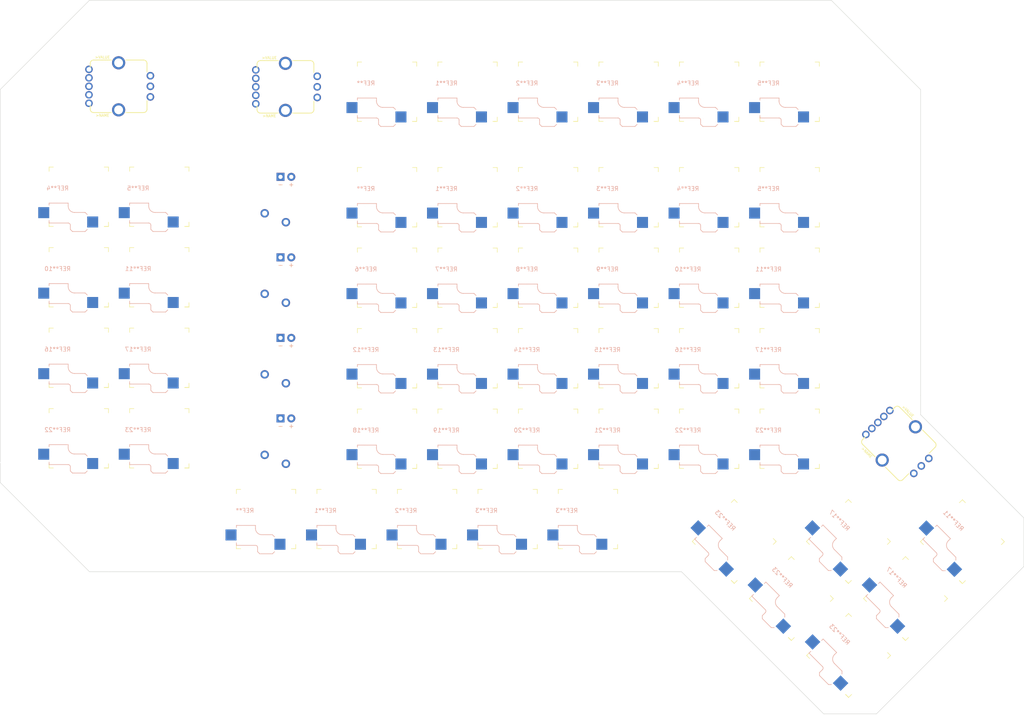
<source format=kicad_pcb>
(kicad_pcb (version 20211014) (generator pcbnew)
  (layers (0 "F.Cu" signal) (31 "B.Cu" signal) (34 "B.Paste" user) (35 "F.Paste" user) (36 "B.SilkS" user "B.Silkscreen") (37 "F.SilkS" user "F.Silkscreen") (38 "B.Mask" user) (39 "F.Mask" user) (44 "Edge.Cuts" user))
  (net 0 "")
  (footprint "keyswitches:Kailh_socket_PG1350" (layer "F.Cu") (at 201.014 36.068)
    (fp_text reference "REF**5" (at -5 -2) (layer "B.SilkS") (effects (justify mirror)))
    (fp_text value "Kailh_socket_PG1350")
    (pad "" np_thru_hole circle (at 0 0) (size 3.429 3.429) (drill 3.429) (layers *.Cu *.Mask))
    (pad "" np_thru_hole circle (at -5.5 0) (size 1.7018 1.7018) (drill 1.7018) (layers *.Cu *.Mask))
    (pad "" np_thru_hole circle (at 5.22 -4.2) (size 0.9906 0.9906) (drill 0.9906) (layers *.Cu *.Mask))
    (pad "" np_thru_hole circle (at 5.5 0) (size 1.7018 1.7018) (drill 1.7018) (layers *.Cu *.Mask))
    (pad "" np_thru_hole circle (at -5 3.75) (size 3 3) (drill 3) (layers *.Cu *.Mask))
    (pad "" np_thru_hole circle (at 0 5.95) (size 3 3) (drill 3) (layers *.Cu *.Mask))
    (pad "1" smd rect (at 3.275 5.95) (size 2.6 2.6) (layers "B.Cu" "B.Paste" "B.Mask"))
    (pad "2" smd rect (at -8.275 3.75) (size 2.6 2.6) (layers "B.Cu" "B.Paste" "B.Mask"))
  )
  (footprint "keyswitches:Kailh_socket_PG1350" (layer "F.Cu") (at 77.466 136.906)
    (fp_text reference "REF**" (at -5 -2) (layer "B.SilkS") (effects (justify mirror)))
    (fp_text value "Kailh_socket_PG1350")
    (pad "" np_thru_hole circle (at 0 0) (size 3.429 3.429) (drill 3.429) (layers *.Cu *.Mask))
    (pad "" np_thru_hole circle (at -5 3.75) (size 3 3) (drill 3) (layers *.Cu *.Mask))
    (pad "" np_thru_hole circle (at 5.22 -4.2) (size 0.9906 0.9906) (drill 0.9906) (layers *.Cu *.Mask))
    (pad "" np_thru_hole circle (at 5.5 0) (size 1.7018 1.7018) (drill 1.7018) (layers *.Cu *.Mask))
    (pad "" np_thru_hole circle (at 0 5.95) (size 3 3) (drill 3) (layers *.Cu *.Mask))
    (pad "" np_thru_hole circle (at -5.5 0) (size 1.7018 1.7018) (drill 1.7018) (layers *.Cu *.Mask))
    (pad "1" smd rect (at 3.275 5.95) (size 2.6 2.6) (layers "B.Cu" "B.Paste" "B.Mask"))
    (pad "2" smd rect (at -8.275 3.75) (size 2.6 2.6) (layers "B.Cu" "B.Paste" "B.Mask"))
  )
  (footprint "keyswitches:Kailh_socket_PG1350" (layer "F.Cu") (at 125.018 79.96)
    (fp_text reference "REF**7" (at -5 -2) (layer "B.SilkS") (effects (justify mirror)))
    (fp_text value "Kailh_socket_PG1350")
    (pad "" np_thru_hole circle (at -5 3.75) (size 3 3) (drill 3) (layers *.Cu *.Mask))
    (pad "" np_thru_hole circle (at 5.5 0) (size 1.7018 1.7018) (drill 1.7018) (layers *.Cu *.Mask))
    (pad "" np_thru_hole circle (at 5.22 -4.2) (size 0.9906 0.9906) (drill 0.9906) (layers *.Cu *.Mask))
    (pad "" np_thru_hole circle (at 0 0) (size 3.429 3.429) (drill 3.429) (layers *.Cu *.Mask))
    (pad "" np_thru_hole circle (at 0 5.95) (size 3 3) (drill 3) (layers *.Cu *.Mask))
    (pad "" np_thru_hole circle (at -5.5 0) (size 1.7018 1.7018) (drill 1.7018) (layers *.Cu *.Mask))
    (pad "1" smd rect (at 3.275 5.95) (size 2.6 2.6) (layers "B.Cu" "B.Paste" "B.Mask"))
    (pad "2" smd rect (at -8.275 3.75) (size 2.6 2.6) (layers "B.Cu" "B.Paste" "B.Mask"))
  )
  (footprint "keyswitches:Kailh_socket_PG1350" (layer "F.Cu") (at 182.018 98.96)
    (fp_text reference "REF**16" (at -5 -2) (layer "B.SilkS") (effects (justify mirror)))
    (fp_text value "Kailh_socket_PG1350")
    (pad "" np_thru_hole circle (at 5.22 -4.2) (size 0.9906 0.9906) (drill 0.9906) (layers *.Cu *.Mask))
    (pad "" np_thru_hole circle (at 0 0) (size 3.429 3.429) (drill 3.429) (layers *.Cu *.Mask))
    (pad "" np_thru_hole circle (at 5.5 0) (size 1.7018 1.7018) (drill 1.7018) (layers *.Cu *.Mask))
    (pad "" np_thru_hole circle (at 0 5.95) (size 3 3) (drill 3) (layers *.Cu *.Mask))
    (pad "" np_thru_hole circle (at -5.5 0) (size 1.7018 1.7018) (drill 1.7018) (layers *.Cu *.Mask))
    (pad "" np_thru_hole circle (at -5 3.75) (size 3 3) (drill 3) (layers *.Cu *.Mask))
    (pad "1" smd rect (at 3.275 5.95) (size 2.6 2.6) (layers "B.Cu" "B.Paste" "B.Mask"))
    (pad "2" smd rect (at -8.275 3.75) (size 2.6 2.6) (layers "B.Cu" "B.Paste" "B.Mask"))
  )
  (footprint "keyswitches:Kailh_socket_PG1350" (layer "F.Cu") (at 125.018 98.96)
    (fp_text reference "REF**13" (at -5 -2) (layer "B.SilkS") (effects (justify mirror)))
    (fp_text value "Kailh_socket_PG1350")
    (pad "" np_thru_hole circle (at 0 5.95) (size 3 3) (drill 3) (layers *.Cu *.Mask))
    (pad "" np_thru_hole circle (at 5.5 0) (size 1.7018 1.7018) (drill 1.7018) (layers *.Cu *.Mask))
    (pad "" np_thru_hole circle (at 5.22 -4.2) (size 0.9906 0.9906) (drill 0.9906) (layers *.Cu *.Mask))
    (pad "" np_thru_hole circle (at -5.5 0) (size 1.7018 1.7018) (drill 1.7018) (layers *.Cu *.Mask))
    (pad "" np_thru_hole circle (at 0 0) (size 3.429 3.429) (drill 3.429) (layers *.Cu *.Mask))
    (pad "" np_thru_hole circle (at -5 3.75) (size 3 3) (drill 3) (layers *.Cu *.Mask))
    (pad "1" smd rect (at 3.275 5.95) (size 2.6 2.6) (layers "B.Cu" "B.Paste" "B.Mask"))
    (pad "2" smd rect (at -8.275 3.75) (size 2.6 2.6) (layers "B.Cu" "B.Paste" "B.Mask"))
  )
  (footprint "Switches:ENCODER_LED_3" (layer "F.Cu") (at 42.672 34.798 90)
    (fp_text reference ">NAME" (at -6.858 -3.81) (layer "F.SilkS") (effects (font (size 0.6096 0.6096) (thickness 0.127))))
    (fp_text value ">VALUE" (at 6.858 -3.81) (layer "F.SilkS") (effects (font (size 0.6096 0.6096) (thickness 0.127))))
    (pad "1" thru_hole circle (at -3.99796 -6.9977 90) (size 1.778 1.778) (drill 1.09982) (layers *.Cu *.Mask))
    (pad "2" thru_hole circle (at -1.99898 -6.9977 90) (size 1.778 1.778) (drill 1.09982) (layers *.Cu *.Mask))
    (pad "3" thru_hole circle (at 0 -6.9977 90) (size 1.778 1.778) (drill 1.09982) (layers *.Cu *.Mask))
    (pad "4" thru_hole circle (at 1.99898 -6.9977 90) (size 1.778 1.778) (drill 1.09982) (layers *.Cu *.Mask))
    (pad "5" thru_hole circle (at 3.99796 -6.9977 90) (size 1.778 1.778) (drill 1.09982) (layers *.Cu *.Mask))
    (pad "A" thru_hole circle (at -2.49936 7.49808 90) (size 1.79832 1.79832) (drill 1.09982) (layers *.Cu *.Mask))
    (pad "B" thru_hole circle (at 2.49936 7.49808 90) (size 1.79832 1.79832) (drill 1.09982) (layers *.Cu *.Mask))
    (pad "C" thru_hole circle (at 0 7.49808 90) (size 1.79832 1.79832) (drill 1.09982) (layers *.Cu *.Mask))
    (pad "M1" thru_hole circle (at -5.5499 0 90) (size 3.11404 3.11404) (drill 2.09804) (layers *.Cu *.Mask))
    (pad "M2" thru_hole circle (at 5.5499 0 90) (size 3.11404 3.11404) (drill 2.09804) (layers *.Cu *.Mask))
  )
  (footprint "keyswitches:Kailh_socket_PG1350" (layer "F.Cu") (at 182.018 79.96)
    (fp_text reference "REF**10" (at -5 -2) (layer "B.SilkS") (effects (justify mirror)))
    (fp_text value "Kailh_socket_PG1350")
    (pad "" np_thru_hole circle (at 5.22 -4.2) (size 0.9906 0.9906) (drill 0.9906) (layers *.Cu *.Mask))
    (pad "" np_thru_hole circle (at 5.5 0) (size 1.7018 1.7018) (drill 1.7018) (layers *.Cu *.Mask))
    (pad "" np_thru_hole circle (at 0 0) (size 3.429 3.429) (drill 3.429) (layers *.Cu *.Mask))
    (pad "" np_thru_hole circle (at -5 3.75) (size 3 3) (drill 3) (layers *.Cu *.Mask))
    (pad "" np_thru_hole circle (at -5.5 0) (size 1.7018 1.7018) (drill 1.7018) (layers *.Cu *.Mask))
    (pad "" np_thru_hole circle (at 0 5.95) (size 3 3) (drill 3) (layers *.Cu *.Mask))
    (pad "1" smd rect (at 3.275 5.95) (size 2.6 2.6) (layers "B.Cu" "B.Paste" "B.Mask"))
    (pad "2" smd rect (at -8.275 3.75) (size 2.6 2.6) (layers "B.Cu" "B.Paste" "B.Mask"))
  )
  (footprint "keyswitches:Kailh_socket_PG1350" (layer "F.Cu") (at 153.416 136.906)
    (fp_text reference "REF**3" (at -5 -2) (layer "B.SilkS") (effects (justify mirror)))
    (fp_text value "Kailh_socket_PG1350")
    (pad "" np_thru_hole circle (at 0 5.95) (size 3 3) (drill 3) (layers *.Cu *.Mask))
    (pad "" np_thru_hole circle (at 5.5 0) (size 1.7018 1.7018) (drill 1.7018) (layers *.Cu *.Mask))
    (pad "" np_thru_hole circle (at 5.22 -4.2) (size 0.9906 0.9906) (drill 0.9906) (layers *.Cu *.Mask))
    (pad "" np_thru_hole circle (at -5 3.75) (size 3 3) (drill 3) (layers *.Cu *.Mask))
    (pad "" np_thru_hole circle (at -5.5 0) (size 1.7018 1.7018) (drill 1.7018) (layers *.Cu *.Mask))
    (pad "" np_thru_hole circle (at 0 0) (size 3.429 3.429) (drill 3.429) (layers *.Cu *.Mask))
    (pad "1" smd rect (at 3.275 5.95) (size 2.6 2.6) (layers "B.Cu" "B.Paste" "B.Mask"))
    (pad "2" smd rect (at -8.275 3.75) (size 2.6 2.6) (layers "B.Cu" "B.Paste" "B.Mask"))
  )
  (footprint "keyswitches:Kailh_socket_PG1350" (layer "F.Cu") (at 52.274 79.856)
    (fp_text reference "REF**11" (at -5 -2) (layer "B.SilkS") (effects (justify mirror)))
    (fp_text value "Kailh_socket_PG1350")
    (pad "" np_thru_hole circle (at 5.22 -4.2) (size 0.9906 0.9906) (drill 0.9906) (layers *.Cu *.Mask))
    (pad "" np_thru_hole circle (at -5.5 0) (size 1.7018 1.7018) (drill 1.7018) (layers *.Cu *.Mask))
    (pad "" np_thru_hole circle (at 5.5 0) (size 1.7018 1.7018) (drill 1.7018) (layers *.Cu *.Mask))
    (pad "" np_thru_hole circle (at 0 5.95) (size 3 3) (drill 3) (layers *.Cu *.Mask))
    (pad "" np_thru_hole circle (at 0 0) (size 3.429 3.429) (drill 3.429) (layers *.Cu *.Mask))
    (pad "" np_thru_hole circle (at -5 3.75) (size 3 3) (drill 3) (layers *.Cu *.Mask))
    (pad "1" smd rect (at 3.275 5.95) (size 2.6 2.6) (layers "B.Cu" "B.Paste" "B.Mask"))
    (pad "2" smd rect (at -8.275 3.75) (size 2.6 2.6) (layers "B.Cu" "B.Paste" "B.Mask"))
  )
  (footprint "keyswitches:Kailh_socket_PG1350" (layer "F.Cu") (at 163.014 36.068)
    (fp_text reference "REF**3" (at -5 -2) (layer "B.SilkS") (effects (justify mirror)))
    (fp_text value "Kailh_socket_PG1350")
    (pad "" np_thru_hole circle (at 5.5 0) (size 1.7018 1.7018) (drill 1.7018) (layers *.Cu *.Mask))
    (pad "" np_thru_hole circle (at 0 0) (size 3.429 3.429) (drill 3.429) (layers *.Cu *.Mask))
    (pad "" np_thru_hole circle (at 5.22 -4.2) (size 0.9906 0.9906) (drill 0.9906) (layers *.Cu *.Mask))
    (pad "" np_thru_hole circle (at -5 3.75) (size 3 3) (drill 3) (layers *.Cu *.Mask))
    (pad "" np_thru_hole circle (at 0 5.95) (size 3 3) (drill 3) (layers *.Cu *.Mask))
    (pad "" np_thru_hole circle (at -5.5 0) (size 1.7018 1.7018) (drill 1.7018) (layers *.Cu *.Mask))
    (pad "1" smd rect (at 3.275 5.95) (size 2.6 2.6) (layers "B.Cu" "B.Paste" "B.Mask"))
    (pad "2" smd rect (at -8.275 3.75) (size 2.6 2.6) (layers "B.Cu" "B.Paste" "B.Mask"))
  )
  (footprint "keyswitches:Kailh_socket_PG1350" (layer "F.Cu") (at 33.274 117.856)
    (fp_text reference "REF**22" (at -5 -2) (layer "B.SilkS") (effects (justify mirror)))
    (fp_text value "Kailh_socket_PG1350")
    (pad "" np_thru_hole circle (at 5.22 -4.2) (size 0.9906 0.9906) (drill 0.9906) (layers *.Cu *.Mask))
    (pad "" np_thru_hole circle (at 0 0) (size 3.429 3.429) (drill 3.429) (layers *.Cu *.Mask))
    (pad "" np_thru_hole circle (at -5 3.75) (size 3 3) (drill 3) (layers *.Cu *.Mask))
    (pad "" np_thru_hole circle (at 5.5 0) (size 1.7018 1.7018) (drill 1.7018) (layers *.Cu *.Mask))
    (pad "" np_thru_hole circle (at 0 5.95) (size 3 3) (drill 3) (layers *.Cu *.Mask))
    (pad "" np_thru_hole circle (at -5.5 0) (size 1.7018 1.7018) (drill 1.7018) (layers *.Cu *.Mask))
    (pad "1" smd rect (at 3.275 5.95) (size 2.6 2.6) (layers "B.Cu" "B.Paste" "B.Mask"))
    (pad "2" smd rect (at -8.275 3.75) (size 2.6 2.6) (layers "B.Cu" "B.Paste" "B.Mask"))
  )
  (footprint "keyswitches:Kailh_socket_PG1350" (layer "F.Cu") (at 52.274 117.856)
    (fp_text reference "REF**23" (at -5 -2) (layer "B.SilkS") (effects (justify mirror)))
    (fp_text value "Kailh_socket_PG1350")
    (pad "" np_thru_hole circle (at -5 3.75) (size 3 3) (drill 3) (layers *.Cu *.Mask))
    (pad "" np_thru_hole circle (at 5.22 -4.2) (size 0.9906 0.9906) (drill 0.9906) (layers *.Cu *.Mask))
    (pad "" np_thru_hole circle (at 0 5.95) (size 3 3) (drill 3) (layers *.Cu *.Mask))
    (pad "" np_thru_hole circle (at 5.5 0) (size 1.7018 1.7018) (drill 1.7018) (layers *.Cu *.Mask))
    (pad "" np_thru_hole circle (at -5.5 0) (size 1.7018 1.7018) (drill 1.7018) (layers *.Cu *.Mask))
    (pad "" np_thru_hole circle (at 0 0) (size 3.429 3.429) (drill 3.429) (layers *.Cu *.Mask))
    (pad "1" smd rect (at 3.275 5.95) (size 2.6 2.6) (layers "B.Cu" "B.Paste" "B.Mask"))
    (pad "2" smd rect (at -8.275 3.75) (size 2.6 2.6) (layers "B.Cu" "B.Paste" "B.Mask"))
  )
  (footprint "Keebio-Parts:Kailh-PG1350-1.5u" (layer "F.Cu") (at 82.142 117.96)
    (fp_text reference "Kailh PG1353")
    (fp_text value "Choc" hide)
    (fp_text user "-" (at -1.26 -3) (layer "B.SilkS") (effects (justify mirror)))
    (fp_text user "+" (at 1.27 -3) (layer "B.SilkS") (effects (justify mirror)))
    (fp_text user "-" (at -1.26 -3) (layer "F.SilkS"))
    (fp_text user "+" (at 1.27 -3) (layer "F.SilkS"))
    (pad "" np_thru_hole circle locked (at 0 0 180) (size 3.4 3.4) (drill 3.4) (layers *.Cu *.Mask))
    (pad "" np_thru_hole circle locked (at -5.5 0 180) (size 1.7 1.7) (drill 1.7) (layers *.Cu *.Mask))
    (pad "" np_thru_hole circle locked (at 5.22 -4.2 180) (size 1.2 1.2) (drill 1.2) (layers *.Cu *.Mask))
    (pad "" np_thru_hole circle locked (at 5.5 0 180) (size 1.7 1.7) (drill 1.7) (layers *.Cu *.Mask))
    (pad "1" thru_hole circle locked (at 0 5.9 180) (size 2 2) (drill 1.2) (layers *.Cu *.Mask))
    (pad "2" thru_hole circle locked (at -5 3.8 41.9) (size 2 2) (drill 1.2) (layers *.Cu *.Mask))
    (pad "3" thru_hole circle locked (at 1.27 -4.8 180) (size 1.905 1.905) (drill 0.9906) (layers *.Cu *.Mask))
    (pad "4" thru_hole rect locked (at -1.27 -4.8 180) (size 1.905 1.905) (drill 0.9906) (layers *.Cu *.Mask))
  )
  (footprint "keyswitches:Kailh_socket_PG1350" (layer "F.Cu") (at 214.919356 169.102986 -45)
    (fp_text reference "REF**23" (at -5 -2 135) (layer "B.SilkS") (effects (justify mirror)))
    (fp_text value "Kailh_socket_PG1350")
    (pad "" np_thru_hole circle (at -5.5 0 315) (size 1.7018 1.7018) (drill 1.7018) (layers *.Cu *.Mask))
    (pad "" np_thru_hole circle (at 0 5.95 315) (size 3 3) (drill 3) (layers *.Cu *.Mask))
    (pad "" np_thru_hole circle (at -5 3.75 315) (size 3 3) (drill 3) (layers *.Cu *.Mask))
    (pad "" np_thru_hole circle (at 5.22 -4.2 315) (size 0.9906 0.9906) (drill 0.9906) (layers *.Cu *.Mask))
    (pad "" np_thru_hole circle (at 0 0 315) (size 3.429 3.429) (drill 3.429) (layers *.Cu *.Mask))
    (pad "" np_thru_hole circle (at 5.5 0 315) (size 1.7018 1.7018) (drill 1.7018) (layers *.Cu *.Mask))
    (pad "1" smd rect (at 3.275 5.95 315) (size 2.6 2.6) (layers "B.Cu" "B.Paste" "B.Mask"))
    (pad "2" smd rect (at -8.275 3.75 315) (size 2.6 2.6) (layers "B.Cu" "B.Paste" "B.Mask"))
  )
  (footprint "keyswitches:Kailh_socket_PG1350" (layer "F.Cu") (at 33.274 98.856)
    (fp_text reference "REF**16" (at -5 -2) (layer "B.SilkS") (effects (justify mirror)))
    (fp_text value "Kailh_socket_PG1350")
    (pad "" np_thru_hole circle (at -5 3.75) (size 3 3) (drill 3) (layers *.Cu *.Mask))
    (pad "" np_thru_hole circle (at 5.22 -4.2) (size 0.9906 0.9906) (drill 0.9906) (layers *.Cu *.Mask))
    (pad "" np_thru_hole circle (at 5.5 0) (size 1.7018 1.7018) (drill 1.7018) (layers *.Cu *.Mask))
    (pad "" np_thru_hole circle (at 0 5.95) (size 3 3) (drill 3) (layers *.Cu *.Mask))
    (pad "" np_thru_hole circle (at -5.5 0) (size 1.7018 1.7018) (drill 1.7018) (layers *.Cu *.Mask))
    (pad "" np_thru_hole circle (at 0 0) (size 3.429 3.429) (drill 3.429) (layers *.Cu *.Mask))
    (pad "1" smd rect (at 3.275 5.95) (size 2.6 2.6) (layers "B.Cu" "B.Paste" "B.Mask"))
    (pad "2" smd rect (at -8.275 3.75) (size 2.6 2.6) (layers "B.Cu" "B.Paste" "B.Mask"))
  )
  (footprint "keyswitches:Kailh_socket_PG1350" (layer "F.Cu") (at 187.94323 142.197573 -45)
    (fp_text reference "REF**23" (at -5 -2 135) (layer "B.SilkS") (effects (justify mirror)))
    (fp_text value "Kailh_socket_PG1350")
    (pad "" np_thru_hole circle (at -5.5 0 315) (size 1.7018 1.7018) (drill 1.7018) (layers *.Cu *.Mask))
    (pad "" np_thru_hole circle (at 0 0 315) (size 3.429 3.429) (drill 3.429) (layers *.Cu *.Mask))
    (pad "" np_thru_hole circle (at -5 3.75 315) (size 3 3) (drill 3) (layers *.Cu *.Mask))
    (pad "" np_thru_hole circle (at 0 5.95 315) (size 3 3) (drill 3) (layers *.Cu *.Mask))
    (pad "" np_thru_hole circle (at 5.5 0 315) (size 1.7018 1.7018) (drill 1.7018) (layers *.Cu *.Mask))
    (pad "" np_thru_hole circle (at 5.22 -4.2 315) (size 0.9906 0.9906) (drill 0.9906) (layers *.Cu *.Mask))
    (pad "1" smd rect (at 3.275 5.95 315) (size 2.6 2.6) (layers "B.Cu" "B.Paste" "B.Mask"))
    (pad "2" smd rect (at -8.275 3.75 315) (size 2.6 2.6) (layers "B.Cu" "B.Paste" "B.Mask"))
  )
  (footprint "keyswitches:Kailh_socket_PG1350" (layer "F.Cu") (at 106.014 36.068)
    (fp_text reference "REF**" (at -5 -2) (layer "B.SilkS") (effects (justify mirror)))
    (fp_text value "Kailh_socket_PG1350")
    (pad "" np_thru_hole circle (at -5 3.75) (size 3 3) (drill 3) (layers *.Cu *.Mask))
    (pad "" np_thru_hole circle (at 5.5 0) (size 1.7018 1.7018) (drill 1.7018) (layers *.Cu *.Mask))
    (pad "" np_thru_hole circle (at -5.5 0) (size 1.7018 1.7018) (drill 1.7018) (layers *.Cu *.Mask))
    (pad "" np_thru_hole circle (at 0 0) (size 3.429 3.429) (drill 3.429) (layers *.Cu *.Mask))
    (pad "" np_thru_hole circle (at 5.22 -4.2) (size 0.9906 0.9906) (drill 0.9906) (layers *.Cu *.Mask))
    (pad "" np_thru_hole circle (at 0 5.95) (size 3 3) (drill 3) (layers *.Cu *.Mask))
    (pad "1" smd rect (at 3.275 5.95) (size 2.6 2.6) (layers "B.Cu" "B.Paste" "B.Mask"))
    (pad "2" smd rect (at -8.275 3.75) (size 2.6 2.6) (layers "B.Cu" "B.Paste" "B.Mask"))
  )
  (footprint "keyswitches:Kailh_socket_PG1350" (layer "F.Cu") (at 125.014 36.068)
    (fp_text reference "REF**1" (at -5 -2) (layer "B.SilkS") (effects (justify mirror)))
    (fp_text value "Kailh_socket_PG1350")
    (pad "" np_thru_hole circle (at 0 0) (size 3.429 3.429) (drill 3.429) (layers *.Cu *.Mask))
    (pad "" np_thru_hole circle (at -5 3.75) (size 3 3) (drill 3) (layers *.Cu *.Mask))
    (pad "" np_thru_hole circle (at -5.5 0) (size 1.7018 1.7018) (drill 1.7018) (layers *.Cu *.Mask))
    (pad "" np_thru_hole circle (at 0 5.95) (size 3 3) (drill 3) (layers *.Cu *.Mask))
    (pad "" np_thru_hole circle (at 5.5 0) (size 1.7018 1.7018) (drill 1.7018) (layers *.Cu *.Mask))
    (pad "" np_thru_hole circle (at 5.22 -4.2) (size 0.9906 0.9906) (drill 0.9906) (layers *.Cu *.Mask))
    (pad "1" smd rect (at 3.275 5.95) (size 2.6 2.6) (layers "B.Cu" "B.Paste" "B.Mask"))
    (pad "2" smd rect (at -8.275 3.75) (size 2.6 2.6) (layers "B.Cu" "B.Paste" "B.Mask"))
  )
  (footprint "keyswitches:Kailh_socket_PG1350" (layer "F.Cu") (at 134.466 136.906)
    (fp_text reference "REF**3" (at -5 -2) (layer "B.SilkS") (effects (justify mirror)))
    (fp_text value "Kailh_socket_PG1350")
    (pad "" np_thru_hole circle (at 5.22 -4.2) (size 0.9906 0.9906) (drill 0.9906) (layers *.Cu *.Mask))
    (pad "" np_thru_hole circle (at 0 5.95) (size 3 3) (drill 3) (layers *.Cu *.Mask))
    (pad "" np_thru_hole circle (at -5 3.75) (size 3 3) (drill 3) (layers *.Cu *.Mask))
    (pad "" np_thru_hole circle (at -5.5 0) (size 1.7018 1.7018) (drill 1.7018) (layers *.Cu *.Mask))
    (pad "" np_thru_hole circle (at 5.5 0) (size 1.7018 1.7018) (drill 1.7018) (layers *.Cu *.Mask))
    (pad "" np_thru_hole circle (at 0 0) (size 3.429 3.429) (drill 3.429) (layers *.Cu *.Mask))
    (pad "1" smd rect (at 3.275 5.95) (size 2.6 2.6) (layers "B.Cu" "B.Paste" "B.Mask"))
    (pad "2" smd rect (at -8.275 3.75) (size 2.6 2.6) (layers "B.Cu" "B.Paste" "B.Mask"))
  )
  (footprint "Keebio-Parts:Kailh-PG1350-1.5u" (layer "F.Cu") (at 82.142 98.96)
    (fp_text reference "Kailh PG1352")
    (fp_text value "Choc" hide)
    (fp_text user "+" (at 1.27 -3) (layer "B.SilkS") (effects (justify mirror)))
    (fp_text user "-" (at -1.26 -3) (layer "B.SilkS") (effects (justify mirror)))
    (fp_text user "+" (at 1.27 -3) (layer "F.SilkS"))
    (fp_text user "-" (at -1.26 -3) (layer "F.SilkS"))
    (pad "" np_thru_hole circle locked (at -5.5 0 180) (size 1.7 1.7) (drill 1.7) (layers *.Cu *.Mask))
    (pad "" np_thru_hole circle locked (at 5.5 0 180) (size 1.7 1.7) (drill 1.7) (layers *.Cu *.Mask))
    (pad "" np_thru_hole circle locked (at 5.22 -4.2 180) (size 1.2 1.2) (drill 1.2) (layers *.Cu *.Mask))
    (pad "" np_thru_hole circle locked (at 0 0 180) (size 3.4 3.4) (drill 3.4) (layers *.Cu *.Mask))
    (pad "1" thru_hole circle locked (at 0 5.9 180) (size 2 2) (drill 1.2) (layers *.Cu *.Mask))
    (pad "2" thru_hole circle locked (at -5 3.8 41.9) (size 2 2) (drill 1.2) (layers *.Cu *.Mask))
    (pad "3" thru_hole circle locked (at 1.27 -4.8 180) (size 1.905 1.905) (drill 0.9906) (layers *.Cu *.Mask))
    (pad "4" thru_hole rect locked (at -1.27 -4.8 180) (size 1.905 1.905) (drill 0.9906) (layers *.Cu *.Mask))
  )
  (footprint "keyswitches:Kailh_socket_PG1350" (layer "F.Cu") (at 33.274 79.856)
    (fp_text reference "REF**10" (at -5 -2) (layer "B.SilkS") (effects (justify mirror)))
    (fp_text value "Kailh_socket_PG1350")
    (pad "" np_thru_hole circle (at 5.5 0) (size 1.7018 1.7018) (drill 1.7018) (layers *.Cu *.Mask))
    (pad "" np_thru_hole circle (at 0 0) (size 3.429 3.429) (drill 3.429) (layers *.Cu *.Mask))
    (pad "" np_thru_hole circle (at 5.22 -4.2) (size 0.9906 0.9906) (drill 0.9906) (layers *.Cu *.Mask))
    (pad "" np_thru_hole circle (at -5.5 0) (size 1.7018 1.7018) (drill 1.7018) (layers *.Cu *.Mask))
    (pad "" np_thru_hole circle (at 0 5.95) (size 3 3) (drill 3) (layers *.Cu *.Mask))
    (pad "" np_thru_hole circle (at -5 3.75) (size 3 3) (drill 3) (layers *.Cu *.Mask))
    (pad "1" smd rect (at 3.275 5.95) (size 2.6 2.6) (layers "B.Cu" "B.Paste" "B.Mask"))
    (pad "2" smd rect (at -8.275 3.75) (size 2.6 2.6) (layers "B.Cu" "B.Paste" "B.Mask"))
  )
  (footprint "keyswitches:Kailh_socket_PG1350" (layer "F.Cu") (at 144.018 98.96)
    (fp_text reference "REF**14" (at -5 -2) (layer "B.SilkS") (effects (justify mirror)))
    (fp_text value "Kailh_socket_PG1350")
    (pad "" np_thru_hole circle (at -5 3.75) (size 3 3) (drill 3) (layers *.Cu *.Mask))
    (pad "" np_thru_hole circle (at -5.5 0) (size 1.7018 1.7018) (drill 1.7018) (layers *.Cu *.Mask))
    (pad "" np_thru_hole circle (at 5.5 0) (size 1.7018 1.7018) (drill 1.7018) (layers *.Cu *.Mask))
    (pad "" np_thru_hole circle (at 5.22 -4.2) (size 0.9906 0.9906) (drill 0.9906) (layers *.Cu *.Mask))
    (pad "" np_thru_hole circle (at 0 0) (size 3.429 3.429) (drill 3.429) (layers *.Cu *.Mask))
    (pad "" np_thru_hole circle (at 0 5.95) (size 3 3) (drill 3) (layers *.Cu *.Mask))
    (pad "1" smd rect (at 3.275 5.95) (size 2.6 2.6) (layers "B.Cu" "B.Paste" "B.Mask"))
    (pad "2" smd rect (at -8.275 3.75) (size 2.6 2.6) (layers "B.Cu" "B.Paste" "B.Mask"))
  )
  (footprint "keyswitches:Kailh_socket_PG1350" (layer "F.Cu") (at 96.466 136.906)
    (fp_text reference "REF**1" (at -5 -2) (layer "B.SilkS") (effects (justify mirror)))
    (fp_text value "Kailh_socket_PG1350")
    (pad "" np_thru_hole circle (at 5.5 0) (size 1.7018 1.7018) (drill 1.7018) (layers *.Cu *.Mask))
    (pad "" np_thru_hole circle (at 0 0) (size 3.429 3.429) (drill 3.429) (layers *.Cu *.Mask))
    (pad "" np_thru_hole circle (at -5 3.75) (size 3 3) (drill 3) (layers *.Cu *.Mask))
    (pad "" np_thru_hole circle (at 0 5.95) (size 3 3) (drill 3) (layers *.Cu *.Mask))
    (pad "" np_thru_hole circle (at -5.5 0) (size 1.7018 1.7018) (drill 1.7018) (layers *.Cu *.Mask))
    (pad "" np_thru_hole circle (at 5.22 -4.2) (size 0.9906 0.9906) (drill 0.9906) (layers *.Cu *.Mask))
    (pad "1" smd rect (at 3.275 5.95) (size 2.6 2.6) (layers "B.Cu" "B.Paste" "B.Mask"))
    (pad "2" smd rect (at -8.275 3.75) (size 2.6 2.6) (layers "B.Cu" "B.Paste" "B.Mask"))
  )
  (footprint "keyswitches:Kailh_socket_PG1350" (layer "F.Cu") (at 144.018 79.96)
    (fp_text reference "REF**8" (at -5 -2) (layer "B.SilkS") (effects (justify mirror)))
    (fp_text value "Kailh_socket_PG1350")
    (pad "" np_thru_hole circle (at 5.5 0) (size 1.7018 1.7018) (drill 1.7018) (layers *.Cu *.Mask))
    (pad "" np_thru_hole circle (at -5 3.75) (size 3 3) (drill 3) (layers *.Cu *.Mask))
    (pad "" np_thru_hole circle (at 0 0) (size 3.429 3.429) (drill 3.429) (layers *.Cu *.Mask))
    (pad "" np_thru_hole circle (at -5.5 0) (size 1.7018 1.7018) (drill 1.7018) (layers *.Cu *.Mask))
    (pad "" np_thru_hole circle (at 5.22 -4.2) (size 0.9906 0.9906) (drill 0.9906) (layers *.Cu *.Mask))
    (pad "" np_thru_hole circle (at 0 5.95) (size 3 3) (drill 3) (layers *.Cu *.Mask))
    (pad "1" smd rect (at 3.275 5.95) (size 2.6 2.6) (layers "B.Cu" "B.Paste" "B.Mask"))
    (pad "2" smd rect (at -8.275 3.75) (size 2.6 2.6) (layers "B.Cu" "B.Paste" "B.Mask"))
  )
  (footprint "keyswitches:Kailh_socket_PG1350" (layer "F.Cu") (at 201.018 117.96)
    (fp_text reference "REF**23" (at -5 -2) (layer "B.SilkS") (effects (justify mirror)))
    (fp_text value "Kailh_socket_PG1350")
    (pad "" np_thru_hole circle (at -5.5 0) (size 1.7018 1.7018) (drill 1.7018) (layers *.Cu *.Mask))
    (pad "" np_thru_hole circle (at 0 0) (size 3.429 3.429) (drill 3.429) (layers *.Cu *.Mask))
    (pad "" np_thru_hole circle (at 5.5 0) (size 1.7018 1.7018) (drill 1.7018) (layers *.Cu *.Mask))
    (pad "" np_thru_hole circle (at 5.22 -4.2) (size 0.9906 0.9906) (drill 0.9906) (layers *.Cu *.Mask))
    (pad "" np_thru_hole circle (at -5 3.75) (size 3 3) (drill 3) (layers *.Cu *.Mask))
    (pad "" np_thru_hole circle (at 0 5.95) (size 3 3) (drill 3) (layers *.Cu *.Mask))
    (pad "1" smd rect (at 3.275 5.95) (size 2.6 2.6) (layers "B.Cu" "B.Paste" "B.Mask"))
    (pad "2" smd rect (at -8.275 3.75) (size 2.6 2.6) (layers "B.Cu" "B.Paste" "B.Mask"))
  )
  (footprint "keyswitches:Kailh_socket_PG1350" (layer "F.Cu") (at 163.018 79.96)
    (fp_text reference "REF**9" (at -5 -2) (layer "B.SilkS") (effects (justify mirror)))
    (fp_text value "Kailh_socket_PG1350")
    (pad "" np_thru_hole circle (at 0 0) (size 3.429 3.429) (drill 3.429) (layers *.Cu *.Mask))
    (pad "" np_thru_hole circle (at 5.22 -4.2) (size 0.9906 0.9906) (drill 0.9906) (layers *.Cu *.Mask))
    (pad "" np_thru_hole circle (at 0 5.95) (size 3 3) (drill 3) (layers *.Cu *.Mask))
    (pad "" np_thru_hole circle (at -5 3.75) (size 3 3) (drill 3) (layers *.Cu *.Mask))
    (pad "" np_thru_hole circle (at -5.5 0) (size 1.7018 1.7018) (drill 1.7018) (layers *.Cu *.Mask))
    (pad "" np_thru_hole circle (at 5.5 0) (size 1.7018 1.7018) (drill 1.7018) (layers *.Cu *.Mask))
    (pad "1" smd rect (at 3.275 5.95) (size 2.6 2.6) (layers "B.Cu" "B.Paste" "B.Mask"))
    (pad "2" smd rect (at -8.275 3.75) (size 2.6 2.6) (layers "B.Cu" "B.Paste" "B.Mask"))
  )
  (footprint "keyswitches:Kailh_socket_PG1350" (layer "F.Cu") (at 163.018 117.96)
    (fp_text reference "REF**21" (at -5 -2) (layer "B.SilkS") (effects (justify mirror)))
    (fp_text value "Kailh_socket_PG1350")
    (pad "" np_thru_hole circle (at 5.22 -4.2) (size 0.9906 0.9906) (drill 0.9906) (layers *.Cu *.Mask))
    (pad "" np_thru_hole circle (at 5.5 0) (size 1.7018 1.7018) (drill 1.7018) (layers *.Cu *.Mask))
    (pad "" np_thru_hole circle (at 0 5.95) (size 3 3) (drill 3) (layers *.Cu *.Mask))
    (pad "" np_thru_hole circle (at -5.5 0) (size 1.7018 1.7018) (drill 1.7018) (layers *.Cu *.Mask))
    (pad "" np_thru_hole circle (at -5 3.75) (size 3 3) (drill 3) (layers *.Cu *.Mask))
    (pad "" np_thru_hole circle (at 0 0) (size 3.429 3.429) (drill 3.429) (layers *.Cu *.Mask))
    (pad "1" smd rect (at 3.275 5.95) (size 2.6 2.6) (layers "B.Cu" "B.Paste" "B.Mask"))
    (pad "2" smd rect (at -8.275 3.75) (size 2.6 2.6) (layers "B.Cu" "B.Paste" "B.Mask"))
  )
  (footprint "keyswitches:Kailh_socket_PG1350" (layer "F.Cu") (at 115.466 136.906)
    (fp_text reference "REF**2" (at -5 -2) (layer "B.SilkS") (effects (justify mirror)))
    (fp_text value "Kailh_socket_PG1350")
    (pad "" np_thru_hole circle (at 5.22 -4.2) (size 0.9906 0.9906) (drill 0.9906) (layers *.Cu *.Mask))
    (pad "" np_thru_hole circle (at 5.5 0) (size 1.7018 1.7018) (drill 1.7018) (layers *.Cu *.Mask))
    (pad "" np_thru_hole circle (at -5 3.75) (size 3 3) (drill 3) (layers *.Cu *.Mask))
    (pad "" np_thru_hole circle (at -5.5 0) (size 1.7018 1.7018) (drill 1.7018) (layers *.Cu *.Mask))
    (pad "" np_thru_hole circle (at 0 5.95) (size 3 3) (drill 3) (layers *.Cu *.Mask))
    (pad "" np_thru_hole circle (at 0 0) (size 3.429 3.429) (drill 3.429) (layers *.Cu *.Mask))
    (pad "1" smd rect (at 3.275 5.95) (size 2.6 2.6) (layers "B.Cu" "B.Paste" "B.Mask"))
    (pad "2" smd rect (at -8.275 3.75) (size 2.6 2.6) (layers "B.Cu" "B.Paste" "B.Mask"))
  )
  (footprint "keyswitches:Kailh_socket_PG1350" (layer "F.Cu") (at 201.018 60.96)
    (fp_text reference "REF**5" (at -5 -2) (layer "B.SilkS") (effects (justify mirror)))
    (fp_text value "Kailh_socket_PG1350")
    (pad "" np_thru_hole circle (at -5 3.75) (size 3 3) (drill 3) (layers *.Cu *.Mask))
    (pad "" np_thru_hole circle (at 5.22 -4.2) (size 0.9906 0.9906) (drill 0.9906) (layers *.Cu *.Mask))
    (pad "" np_thru_hole circle (at 5.5 0) (size 1.7018 1.7018) (drill 1.7018) (layers *.Cu *.Mask))
    (pad "" np_thru_hole circle (at 0 0) (size 3.429 3.429) (drill 3.429) (layers *.Cu *.Mask))
    (pad "" np_thru_hole circle (at -5.5 0) (size 1.7018 1.7018) (drill 1.7018) (layers *.Cu *.Mask))
    (pad "" np_thru_hole circle (at 0 5.95) (size 3 3) (drill 3) (layers *.Cu *.Mask))
    (pad "1" smd rect (at 3.275 5.95) (size 2.6 2.6) (layers "B.Cu" "B.Paste" "B.Mask"))
    (pad "2" smd rect (at -8.275 3.75) (size 2.6 2.6) (layers "B.Cu" "B.Paste" "B.Mask"))
  )
  (footprint "keyswitches:Kailh_socket_PG1350" (layer "F.Cu") (at 182.018 117.96)
    (fp_text reference "REF**22" (at -5 -2) (layer "B.SilkS") (effects (justify mirror)))
    (fp_text value "Kailh_socket_PG1350")
    (pad "" np_thru_hole circle (at 0 5.95) (size 3 3) (drill 3) (layers *.Cu *.Mask))
    (pad "" np_thru_hole circle (at -5 3.75) (size 3 3) (drill 3) (layers *.Cu *.Mask))
    (pad "" np_thru_hole circle (at 5.22 -4.2) (size 0.9906 0.9906) (drill 0.9906) (layers *.Cu *.Mask))
    (pad "" np_thru_hole circle (at 5.5 0) (size 1.7018 1.7018) (drill 1.7018) (layers *.Cu *.Mask))
    (pad "" np_thru_hole circle (at 0 0) (size 3.429 3.429) (drill 3.429) (layers *.Cu *.Mask))
    (pad "" np_thru_hole circle (at -5.5 0) (size 1.7018 1.7018) (drill 1.7018) (layers *.Cu *.Mask))
    (pad "1" smd rect (at 3.275 5.95) (size 2.6 2.6) (layers "B.Cu" "B.Paste" "B.Mask"))
    (pad "2" smd rect (at -8.275 3.75) (size 2.6 2.6) (layers "B.Cu" "B.Paste" "B.Mask"))
  )
  (footprint "keyswitches:Kailh_socket_PG1350" (layer "F.Cu") (at 201.018 79.96)
    (fp_text reference "REF**11" (at -5 -2) (layer "B.SilkS") (effects (justify mirror)))
    (fp_text value "Kailh_socket_PG1350")
    (pad "" np_thru_hole circle (at -5 3.75) (size 3 3) (drill 3) (layers *.Cu *.Mask))
    (pad "" np_thru_hole circle (at -5.5 0) (size 1.7018 1.7018) (drill 1.7018) (layers *.Cu *.Mask))
    (pad "" np_thru_hole circle (at 0 0) (size 3.429 3.429) (drill 3.429) (layers *.Cu *.Mask))
    (pad "" np_thru_hole circle (at 0 5.95) (size 3 3) (drill 3) (layers *.Cu *.Mask))
    (pad "" np_thru_hole circle (at 5.5 0) (size 1.7018 1.7018) (drill 1.7018) (layers *.Cu *.Mask))
    (pad "" np_thru_hole circle (at 5.22 -4.2) (size 0.9906 0.9906) (drill 0.9906) (layers *.Cu *.Mask))
    (pad "1" smd rect (at 3.275 5.95) (size 2.6 2.6) (layers "B.Cu" "B.Paste" "B.Mask"))
    (pad "2" smd rect (at -8.275 3.75) (size 2.6 2.6) (layers "B.Cu" "B.Paste" "B.Mask"))
  )
  (footprint "keyswitches:Kailh_socket_PG1350" (layer "F.Cu") (at 163.018 60.96)
    (fp_text reference "REF**3" (at -5 -2) (layer "B.SilkS") (effects (justify mirror)))
    (fp_text value "Kailh_socket_PG1350")
    (pad "" np_thru_hole circle (at -5.5 0) (size 1.7018 1.7018) (drill 1.7018) (layers *.Cu *.Mask))
    (pad "" np_thru_hole circle (at 5.22 -4.2) (size 0.9906 0.9906) (drill 0.9906) (layers *.Cu *.Mask))
    (pad "" np_thru_hole circle (at 0 5.95) (size 3 3) (drill 3) (layers *.Cu *.Mask))
    (pad "" np_thru_hole circle (at -5 3.75) (size 3 3) (drill 3) (layers *.Cu *.Mask))
    (pad "" np_thru_hole circle (at 0 0) (size 3.429 3.429) (drill 3.429) (layers *.Cu *.Mask))
    (pad "" np_thru_hole circle (at 5.5 0) (size 1.7018 1.7018) (drill 1.7018) (layers *.Cu *.Mask))
    (pad "1" smd rect (at 3.275 5.95) (size 2.6 2.6) (layers "B.Cu" "B.Paste" "B.Mask"))
    (pad "2" smd rect (at -8.275 3.75) (size 2.6 2.6) (layers "B.Cu" "B.Paste" "B.Mask"))
  )
  (footprint "keyswitches:Kailh_socket_PG1350" (layer "F.Cu") (at 52.274 60.856)
    (fp_text reference "REF**5" (at -5 -2) (layer "B.SilkS") (effects (justify mirror)))
    (fp_text value "Kailh_socket_PG1350")
    (pad "" np_thru_hole circle (at 5.5 0) (size 1.7018 1.7018) (drill 1.7018) (layers *.Cu *.Mask))
    (pad "" np_thru_hole circle (at 0 0) (size 3.429 3.429) (drill 3.429) (layers *.Cu *.Mask))
    (pad "" np_thru_hole circle (at -5.5 0) (size 1.7018 1.7018) (drill 1.7018) (layers *.Cu *.Mask))
    (pad "" np_thru_hole circle (at 0 5.95) (size 3 3) (drill 3) (layers *.Cu *.Mask))
    (pad "" np_thru_hole circle (at -5 3.75) (size 3 3) (drill 3) (layers *.Cu *.Mask))
    (pad "" np_thru_hole circle (at 5.22 -4.2) (size 0.9906 0.9906) (drill 0.9906) (layers *.Cu *.Mask))
    (pad "1" smd rect (at 3.275 5.95) (size 2.6 2.6) (layers "B.Cu" "B.Paste" "B.Mask"))
    (pad "2" smd rect (at -8.275 3.75) (size 2.6 2.6) (layers "B.Cu" "B.Paste" "B.Mask"))
  )
  (footprint "keyswitches:Kailh_socket_PG1350" (layer "F.Cu") (at 106.018 117.96)
    (fp_text reference "REF**18" (at -5 -2) (layer "B.SilkS") (effects (justify mirror)))
    (fp_text value "Kailh_socket_PG1350")
    (pad "" np_thru_hole circle (at -5 3.75) (size 3 3) (drill 3) (layers *.Cu *.Mask))
    (pad "" np_thru_hole circle (at 5.22 -4.2) (size 0.9906 0.9906) (drill 0.9906) (layers *.Cu *.Mask))
    (pad "" np_thru_hole circle (at 5.5 0) (size 1.7018 1.7018) (drill 1.7018) (layers *.Cu *.Mask))
    (pad "" np_thru_hole circle (at -5.5 0) (size 1.7018 1.7018) (drill 1.7018) (layers *.Cu *.Mask))
    (pad "" np_thru_hole circle (at 0 5.95) (size 3 3) (drill 3) (layers *.Cu *.Mask))
    (pad "" np_thru_hole circle (at 0 0) (size 3.429 3.429) (drill 3.429) (layers *.Cu *.Mask))
    (pad "1" smd rect (at 3.275 5.95) (size 2.6 2.6) (layers "B.Cu" "B.Paste" "B.Mask"))
    (pad "2" smd rect (at -8.275 3.75) (size 2.6 2.6) (layers "B.Cu" "B.Paste" "B.Mask"))
  )
  (footprint "keyswitches:Kailh_socket_PG1350" (layer "F.Cu") (at 106.018 98.96)
    (fp_text reference "REF**12" (at -5 -2) (layer "B.SilkS") (effects (justify mirror)))
    (fp_text value "Kailh_socket_PG1350")
    (pad "" np_thru_hole circle (at 0 0) (size 3.429 3.429) (drill 3.429) (layers *.Cu *.Mask))
    (pad "" np_thru_hole circle (at 5.22 -4.2) (size 0.9906 0.9906) (drill 0.9906) (layers *.Cu *.Mask))
    (pad "" np_thru_hole circle (at -5.5 0) (size 1.7018 1.7018) (drill 1.7018) (layers *.Cu *.Mask))
    (pad "" np_thru_hole circle (at 0 5.95) (size 3 3) (drill 3) (layers *.Cu *.Mask))
    (pad "" np_thru_hole circle (at 5.5 0) (size 1.7018 1.7018) (drill 1.7018) (layers *.Cu *.Mask))
    (pad "" np_thru_hole circle (at -5 3.75) (size 3 3) (drill 3) (layers *.Cu *.Mask))
    (pad "1" smd rect (at 3.275 5.95) (size 2.6 2.6) (layers "B.Cu" "B.Paste" "B.Mask"))
    (pad "2" smd rect (at -8.275 3.75) (size 2.6 2.6) (layers "B.Cu" "B.Paste" "B.Mask"))
  )
  (footprint "Switches:ENCODER_LED_3" (layer "F.Cu") (at 82.042 34.924359 90)
    (fp_text reference ">NAME" (at -6.858 -3.81) (layer "F.SilkS") (effects (font (size 0.6096 0.6096) (thickness 0.127))))
    (fp_text value ">VALUE" (at 6.858 -3.81) (layer "F.SilkS") (effects (font (size 0.6096 0.6096) (thickness 0.127))))
    (pad "1" thru_hole circle (at -3.99796 -6.9977 90) (size 1.778 1.778) (drill 1.09982) (layers *.Cu *.Mask))
    (pad "2" thru_hole circle (at -1.99898 -6.9977 90) (size 1.778 1.778) (drill 1.09982) (layers *.Cu *.Mask))
    (pad "3" thru_hole circle (at 0 -6.9977 90) (size 1.778 1.778) (drill 1.09982) (layers *.Cu *.Mask))
    (pad "4" thru_hole circle (at 1.99898 -6.9977 90) (size 1.778 1.778) (drill 1.09982) (layers *.Cu *.Mask))
    (pad "5" thru_hole circle (at 3.99796 -6.9977 90) (size 1.778 1.778) (drill 1.09982) (layers *.Cu *.Mask))
    (pad "A" thru_hole circle (at -2.49936 7.49808 90) (size 1.79832 1.79832) (drill 1.09982) (layers *.Cu *.Mask))
    (pad "B" thru_hole circle (at 2.49936 7.49808 90) (size 1.79832 1.79832) (drill 1.09982) (layers *.Cu *.Mask))
    (pad "C" thru_hole circle (at 0 7.49808 90) (size 1.79832 1.79832) (drill 1.09982) (layers *.Cu *.Mask))
    (pad "M1" thru_hole circle (at -5.5499 0 90) (size 3.11404 3.11404) (drill 2.09804) (layers *.Cu *.Mask))
    (pad "M2" thru_hole circle (at 5.5499 0 90) (size 3.11404 3.11404) (drill 2.09804) (layers *.Cu *.Mask))
  )
  (footprint "keyswitches:Kailh_socket_PG1350" (layer "F.Cu") (at 144.018 117.96)
    (fp_text reference "REF**20" (at -5 -2) (layer "B.SilkS") (effects (justify mirror)))
    (fp_text value "Kailh_socket_PG1350")
    (pad "" np_thru_hole circle (at 0 0) (size 3.429 3.429) (drill 3.429) (layers *.Cu *.Mask))
    (pad "" np_thru_hole circle (at -5.5 0) (size 1.7018 1.7018) (drill 1.7018) (layers *.Cu *.Mask))
    (pad "" np_thru_hole circle (at 0 5.95) (size 3 3) (drill 3) (layers *.Cu *.Mask))
    (pad "" np_thru_hole circle (at 5.22 -4.2) (size 0.9906 0.9906) (drill 0.9906) (layers *.Cu *.Mask))
    (pad "" np_thru_hole circle (at 5.5 0) (size 1.7018 1.7018) (drill 1.7018) (layers *.Cu *.Mask))
    (pad "" np_thru_hole circle (at -5 3.75) (size 3 3) (drill 3) (layers *.Cu *.Mask))
    (pad "1" smd rect (at 3.275 5.95) (size 2.6 2.6) (layers "B.Cu" "B.Paste" "B.Mask"))
    (pad "2" smd rect (at -8.275 3.75) (size 2.6 2.6) (layers "B.Cu" "B.Paste" "B.Mask"))
  )
  (footprint "keyswitches:Kailh_socket_PG1350" (layer "F.Cu") (at 182.018 60.96)
    (fp_text reference "REF**4" (at -5 -2) (layer "B.SilkS") (effects (justify mirror)))
    (fp_text value "Kailh_socket_PG1350")
    (pad "" np_thru_hole circle (at 5.5 0) (size 1.7018 1.7018) (drill 1.7018) (layers *.Cu *.Mask))
    (pad "" np_thru_hole circle (at 0 5.95) (size 3 3) (drill 3) (layers *.Cu *.Mask))
    (pad "" np_thru_hole circle (at 5.22 -4.2) (size 0.9906 0.9906) (drill 0.9906) (layers *.Cu *.Mask))
    (pad "" np_thru_hole circle (at -5 3.75) (size 3 3) (drill 3) (layers *.Cu *.Mask))
    (pad "" np_thru_hole circle (at -5.5 0) (size 1.7018 1.7018) (drill 1.7018) (layers *.Cu *.Mask))
    (pad "" np_thru_hole circle (at 0 0) (size 3.429 3.429) (drill 3.429) (layers *.Cu *.Mask))
    (pad "1" smd rect (at 3.275 5.95) (size 2.6 2.6) (layers "B.Cu" "B.Paste" "B.Mask"))
    (pad "2" smd rect (at -8.275 3.75) (size 2.6 2.6) (layers "B.Cu" "B.Paste" "B.Mask"))
  )
  (footprint "keyswitches:Kailh_socket_PG1350" (layer "F.Cu") (at 144.018 60.96)
    (fp_text reference "REF**2" (at -5 -2) (layer "B.SilkS") (effects (justify mirror)))
    (fp_text value "Kailh_socket_PG1350")
    (pad "" np_thru_hole circle (at 5.22 -4.2) (size 0.9906 0.9906) (drill 0.9906) (layers *.Cu *.Mask))
    (pad "" np_thru_hole circle (at -5 3.75) (size 3 3) (drill 3) (layers *.Cu *.Mask))
    (pad "" np_thru_hole circle (at 0 5.95) (size 3 3) (drill 3) (layers *.Cu *.Mask))
    (pad "" np_thru_hole circle (at -5.5 0) (size 1.7018 1.7018) (drill 1.7018) (layers *.Cu *.Mask))
    (pad "" np_thru_hole circle (at 5.5 0) (size 1.7018 1.7018) (drill 1.7018) (layers *.Cu *.Mask))
    (pad "" np_thru_hole circle (at 0 0) (size 3.429 3.429) (drill 3.429) (layers *.Cu *.Mask))
    (pad "1" smd rect (at 3.275 5.95) (size 2.6 2.6) (layers "B.Cu" "B.Paste" "B.Mask"))
    (pad "2" smd rect (at -8.275 3.75) (size 2.6 2.6) (layers "B.Cu" "B.Paste" "B.Mask"))
  )
  (footprint "keyswitches:Kailh_socket_PG1350" (layer "F.Cu") (at 228.354383 155.667956 -45)
    (fp_text reference "REF**17" (at -5 -2 135) (layer "B.SilkS") (effects (justify mirror)))
    (fp_text value "Kailh_socket_PG1350")
    (pad "" np_thru_hole circle (at 0 5.95 315) (size 3 3) (drill 3) (layers *.Cu *.Mask))
    (pad "" np_thru_hole circle (at -5.5 0 315) (size 1.7018 1.7018) (drill 1.7018) (layers *.Cu *.Mask))
    (pad "" np_thru_hole circle (at 0 0 315) (size 3.429 3.429) (drill 3.429) (layers *.Cu *.Mask))
    (pad "" np_thru_hole circle (at 5.22 -4.2 315) (size 0.9906 0.9906) (drill 0.9906) (layers *.Cu *.Mask))
    (pad "" np_thru_hole circle (at -5 3.75 315) (size 3 3) (drill 3) (layers *.Cu *.Mask))
    (pad "" np_thru_hole circle (at 5.5 0 315) (size 1.7018 1.7018) (drill 1.7018) (layers *.Cu *.Mask))
    (pad "1" smd rect (at 3.275 5.95 315) (size 2.6 2.6) (layers "B.Cu" "B.Paste" "B.Mask"))
    (pad "2" smd rect (at -8.275 3.75 315) (size 2.6 2.6) (layers "B.Cu" "B.Paste" "B.Mask"))
  )
  (footprint "keyswitches:Kailh_socket_PG1350" (layer "F.Cu") (at 125.018 60.96)
    (fp_text reference "REF**1" (at -5 -2) (layer "B.SilkS") (effects (justify mirror)))
    (fp_text value "Kailh_socket_PG1350")
    (pad "" np_thru_hole circle (at 0 5.95) (size 3 3) (drill 3) (layers *.Cu *.Mask))
    (pad "" np_thru_hole circle (at -5.5 0) (size 1.7018 1.7018) (drill 1.7018) (layers *.Cu *.Mask))
    (pad "" np_thru_hole circle (at 0 0) (size 3.429 3.429) (drill 3.429) (layers *.Cu *.Mask))
    (pad "" np_thru_hole circle (at 5.22 -4.2) (size 0.9906 0.9906) (drill 0.9906) (layers *.Cu *.Mask))
    (pad "" np_thru_hole circle (at -5 3.75) (size 3 3) (drill 3) (layers *.Cu *.Mask))
    (pad "" np_thru_hole circle (at 5.5 0) (size 1.7018 1.7018) (drill 1.7018) (layers *.Cu *.Mask))
    (pad "1" smd rect (at 3.275 5.95) (size 2.6 2.6) (layers "B.Cu" "B.Paste" "B.Mask"))
    (pad "2" smd rect (at -8.275 3.75) (size 2.6 2.6) (layers "B.Cu" "B.Paste" "B.Mask"))
  )
  (footprint "keyswitches:Kailh_socket_PG1350" (layer "F.Cu") (at 125.018 117.96)
    (fp_text reference "REF**19" (at -5 -2) (layer "B.SilkS") (effects (justify mirror)))
    (fp_text value "Kailh_socket_PG1350")
    (pad "" np_thru_hole circle (at 0 0) (size 3.429 3.429) (drill 3.429) (layers *.Cu *.Mask))
    (pad "" np_thru_hole circle (at -5.5 0) (size 1.7018 1.7018) (drill 1.7018) (layers *.Cu *.Mask))
    (pad "" np_thru_hole circle (at 5.22 -4.2) (size 0.9906 0.9906) (drill 0.9906) (layers *.Cu *.Mask))
    (pad "" np_thru_hole circle (at -5 3.75) (size 3 3) (drill 3) (layers *.Cu *.Mask))
    (pad "" np_thru_hole circle (at 0 5.95) (size 3 3) (drill 3) (layers *.Cu *.Mask))
    (pad "" np_thru_hole circle (at 5.5 0) (size 1.7018 1.7018) (drill 1.7018) (layers *.Cu *.Mask))
    (pad "1" smd rect (at 3.275 5.95) (size 2.6 2.6) (layers "B.Cu" "B.Paste" "B.Mask"))
    (pad "2" smd rect (at -8.275 3.75) (size 2.6 2.6) (layers "B.Cu" "B.Paste" "B.Mask"))
  )
  (footprint "keyswitches:Kailh_socket_PG1350" (layer "F.Cu") (at 52.274 98.856)
    (fp_text reference "REF**17" (at -5 -2) (layer "B.SilkS") (effects (justify mirror)))
    (fp_text value "Kailh_socket_PG1350")
    (pad "" np_thru_hole circle (at -5 3.75) (size 3 3) (drill 3) (layers *.Cu *.Mask))
    (pad "" np_thru_hole circle (at 5.5 0) (size 1.7018 1.7018) (drill 1.7018) (layers *.Cu *.Mask))
    (pad "" np_thru_hole circle (at 0 5.95) (size 3 3) (drill 3) (layers *.Cu *.Mask))
    (pad "" np_thru_hole circle (at 0 0) (size 3.429 3.429) (drill 3.429) (layers *.Cu *.Mask))
    (pad "" np_thru_hole circle (at 5.22 -4.2) (size 0.9906 0.9906) (drill 0.9906) (layers *.Cu *.Mask))
    (pad "" np_thru_hole circle (at -5.5 0) (size 1.7018 1.7018) (drill 1.7018) (layers *.Cu *.Mask))
    (pad "1" smd rect (at 3.275 5.95) (size 2.6 2.6) (layers "B.Cu" "B.Paste" "B.Mask"))
    (pad "2" smd rect (at -8.275 3.75) (size 2.6 2.6) (layers "B.Cu" "B.Paste" "B.Mask"))
  )
  (footprint "keyswitches:Kailh_socket_PG1350" (layer "F.Cu") (at 201.413615 155.667955 -45)
    (fp_text reference "REF**23" (at -5 -2 135) (layer "B.SilkS") (effects (justify mirror)))
    (fp_text value "Kailh_socket_PG1350")
    (pad "" np_thru_hole circle (at 5.22 -4.2 315) (size 0.9906 0.9906) (drill 0.9906) (layers *.Cu *.Mask))
    (pad "" np_thru_hole circle (at -5.5 0 315) (size 1.7018 1.7018) (drill 1.7018) (layers *.Cu *.Mask))
    (pad "" np_thru_hole circle (at 5.5 0 315) (size 1.7018 1.7018) (drill 1.7018) (layers *.Cu *.Mask))
    (pad "" np_thru_hole circle (at 0 5.95 315) (size 3 3) (drill 3) (layers *.Cu *.Mask))
    (pad "" np_thru_hole circle (at -5 3.75 315) (size 3 3) (drill 3) (layers *.Cu *.Mask))
    (pad "" np_thru_hole circle (at 0 0 315) (size 3.429 3.429) (drill 3.429) (layers *.Cu *.Mask))
    (pad "1" smd rect (at 3.275 5.95 315) (size 2.6 2.6) (layers "B.Cu" "B.Paste" "B.Mask"))
    (pad "2" smd rect (at -8.275 3.75 315) (size 2.6 2.6) (layers "B.Cu" "B.Paste" "B.Mask"))
  )
  (footprint "Keebio-Parts:Kailh-PG1350-1.5u" (layer "F.Cu") (at 82.142 60.96)
    (fp_text reference "Kailh PG1350")
    (fp_text value "Choc" hide)
    (fp_text user "-" (at -1.26 -3) (layer "B.SilkS") (effects (justify mirror)))
    (fp_text user "+" (at 1.27 -3) (layer "B.SilkS") (effects (justify mirror)))
    (fp_text user "-" (at -1.26 -3) (layer "F.SilkS"))
    (fp_text user "+" (at 1.27 -3) (layer "F.SilkS"))
    (pad "" np_thru_hole circle locked (at 0 0 180) (size 3.4 3.4) (drill 3.4) (layers *.Cu *.Mask))
    (pad "" np_thru_hole circle locked (at 5.22 -4.2 180) (size 1.2 1.2) (drill 1.2) (layers *.Cu *.Mask))
    (pad "" np_thru_hole circle locked (at -5.5 0 180) (size 1.7 1.7) (drill 1.7) (layers *.Cu *.Mask))
    (pad "" np_thru_hole circle locked (at 5.5 0 180) (size 1.7 1.7) (drill 1.7) (layers *.Cu *.Mask))
    (pad "1" thru_hole circle locked (at 0 5.9 180) (size 2 2) (drill 1.2) (layers *.Cu *.Mask))
    (pad "2" thru_hole circle locked (at -5 3.8 41.9) (size 2 2) (drill 1.2) (layers *.Cu *.Mask))
    (pad "3" thru_hole circle locked (at 1.27 -4.8 180) (size 1.905 1.905) (drill 0.9906) (layers *.Cu *.Mask))
    (pad "4" thru_hole rect locked (at -1.27 -4.8 180) (size 1.905 1.905) (drill 0.9906) (layers *.Cu *.Mask))
  )
  (footprint "keyswitches:Kailh_socket_PG1350" (layer "F.Cu") (at 33.274 60.856)
    (fp_text reference "REF**4" (at -5 -2) (layer "B.SilkS") (effects (justify mirror)))
    (fp_text value "Kailh_socket_PG1350")
    (pad "" np_thru_hole circle (at 0 0) (size 3.429 3.429) (drill 3.429) (layers *.Cu *.Mask))
    (pad "" np_thru_hole circle (at 0 5.95) (size 3 3) (drill 3) (layers *.Cu *.Mask))
    (pad "" np_thru_hole circle (at -5 3.75) (size 3 3) (drill 3) (layers *.Cu *.Mask))
    (pad "" np_thru_hole circle (at 5.5 0) (size 1.7018 1.7018) (drill 1.7018) (layers *.Cu *.Mask))
    (pad "" np_thru_hole circle (at -5.5 0) (size 1.7018 1.7018) (drill 1.7018) (layers *.Cu *.Mask))
    (pad "" np_thru_hole circle (at 5.22 -4.2) (size 0.9906 0.9906) (drill 0.9906) (layers *.Cu *.Mask))
    (pad "1" smd rect (at 3.275 5.95) (size 2.6 2.6) (layers "B.Cu" "B.Paste" "B.Mask"))
    (pad "2" smd rect (at -8.275 3.75) (size 2.6 2.6) (layers "B.Cu" "B.Paste" "B.Mask"))
  )
  (footprint "Keebio-Parts:Kailh-PG1350-1.5u" (layer "F.Cu") (at 82.142 79.96)
    (fp_text reference "Kailh PG1351")
    (fp_text value "Choc" hide)
    (fp_text user "-" (at -1.26 -3) (layer "B.SilkS") (effects (justify mirror)))
    (fp_text user "+" (at 1.27 -3) (layer "B.SilkS") (effects (justify mirror)))
    (fp_text user "-" (at -1.26 -3) (layer "F.SilkS"))
    (fp_text user "+" (at 1.27 -3) (layer "F.SilkS"))
    (pad "" np_thru_hole circle locked (at 0 0 180) (size 3.4 3.4) (drill 3.4) (layers *.Cu *.Mask))
    (pad "" np_thru_hole circle locked (at 5.5 0 180) (size 1.7 1.7) (drill 1.7) (layers *.Cu *.Mask))
    (pad "" np_thru_hole circle locked (at 5.22 -4.2 180) (size 1.2 1.2) (drill 1.2) (layers *.Cu *.Mask))
    (pad "" np_thru_hole circle locked (at -5.5 0 180) (size 1.7 1.7) (drill 1.7) (layers *.Cu *.Mask))
    (pad "1" thru_hole circle locked (at 0 5.9 180) (size 2 2) (drill 1.2) (layers *.Cu *.Mask))
    (pad "2" thru_hole circle locked (at -5 3.8 41.9) (size 2 2) (drill 1.2) (layers *.Cu *.Mask))
    (pad "3" thru_hole circle locked (at 1.27 -4.8 180) (size 1.905 1.905) (drill 0.9906) (layers *.Cu *.Mask))
    (pad "4" thru_hole rect locked (at -1.27 -4.8 180) (size 1.905 1.905) (drill 0.9906) (layers *.Cu *.Mask))
  )
  (footprint "keyswitches:Kailh_socket_PG1350" (layer "F.Cu") (at 241.78234 142.24 -45)
    (fp_text reference "REF**11" (at -5 -2 135) (layer "B.SilkS") (effects (justify mirror)))
    (fp_text value "Kailh_socket_PG1350")
    (pad "" np_thru_hole circle (at -5.5 0 315) (size 1.7018 1.7018) (drill 1.7018) (layers *.Cu *.Mask))
    (pad "" np_thru_hole circle (at 0 0 315) (size 3.429 3.429) (drill 3.429) (layers *.Cu *.Mask))
    (pad "" np_thru_hole circle (at 5.22 -4.2 315) (size 0.9906 0.9906) (drill 0.9906) (layers *.Cu *.Mask))
    (pad "" np_thru_hole circle (at -5 3.75 315) (size 3 3) (drill 3) (layers *.Cu *.Mask))
    (pad "" np_thru_hole circle (at 5.5 0 315) (size 1.7018 1.7018) (drill 1.7018) (layers *.Cu *.Mask))
    (pad "" np_thru_hole circle (at 0 5.95 315) (size 3 3) (drill 3) (layers *.Cu *.Mask))
    (pad "1" smd rect (at 3.275 5.95 315) (size 2.6 2.6) (layers "B.Cu" "B.Paste" "B.Mask"))
    (pad "2" smd rect (at -8.275 3.75 315) (size 2.6 2.6) (layers "B.Cu" "B.Paste" "B.Mask"))
  )
  (footprint "Switches:ENCODER_LED_3" (layer "F.Cu") (at 226.776388 119.067151 45)
    (fp_text reference ">NAME" (at -6.858 -3.81 135) (layer "F.SilkS") (effects (font (size 0.6096 0.6096) (thickness 0.127))))
    (fp_text value ">VALUE" (at 6.858 -3.81 135) (layer "F.SilkS") (effects (font (size 0.6096 0.6096) (thickness 0.127))))
    (pad "1" thru_hole circle (at -3.99796 -6.9977 45) (size 1.778 1.778) (drill 1.09982) (layers *.Cu *.Mask))
    (pad "2" thru_hole circle (at -1.99898 -6.9977 45) (size 1.778 1.778) (drill 1.09982) (layers *.Cu *.Mask))
    (pad "3" thru_hole circle (at 0 -6.9977 45) (size 1.778 1.778) (drill 1.09982) (layers *.Cu *.Mask))
    (pad "4" thru_hole circle (at 1.99898 -6.9977 45) (size 1.778 1.778) (drill 1.09982) (layers *.Cu *.Mask))
    (pad "5" thru_hole circle (at 3.99796 -6.9977 45) (size 1.778 1.778) (drill 1.09982) (layers *.Cu *.Mask))
    (pad "A" thru_hole circle (at -2.49936 7.49808 45) (size 1.79832 1.79832) (drill 1.09982) (layers *.Cu *.Mask))
    (pad "B" thru_hole circle (at 2.49936 7.49808 45) (size 1.79832 1.79832) (drill 1.09982) (layers *.Cu *.Mask))
    (pad "C" thru_hole circle (at 0 7.49808 45) (size 1.79832 1.79832) (drill 1.09982) (layers *.Cu *.Mask))
    (pad "M1" thru_hole circle (at -5.5499 0 45) (size 3.11404 3.11404) (drill 2.09804) (layers *.Cu *.Mask))
    (pad "M2" thru_hole circle (at 5.5499 0 45) (size 3.11404 3.11404) (drill 2.09804) (layers *.Cu *.Mask))
  )
  (footprint "keyswitches:Kailh_socket_PG1350" (layer "F.Cu") (at 214.884 142.197572 -45)
    (fp_text reference "REF**17" (at -5 -2 135) (layer "B.SilkS") (effects (justify mirror)))
    (fp_text value "Kailh_socket_PG1350")
    (pad "" np_thru_hole circle (at -5 3.75 315) (size 3 3) (drill 3) (layers *.Cu *.Mask))
    (pad "" np_thru_hole circle (at 5.22 -4.2 315) (size 0.9906 0.9906) (drill 0.9906) (layers *.Cu *.Mask))
    (pad "" np_thru_hole circle (at -5.5 0 315) (size 1.7018 1.7018) (drill 1.7018) (layers *.Cu *.Mask))
    (pad "" np_thru_hole circle (at 0 5.95 315) (size 3 3) (drill 3) (layers *.Cu *.Mask))
    (pad "" np_thru_hole circle (at 5.5 0 315) (size 1.7018 1.7018) (drill 1.7018) (layers *.Cu *.Mask))
    (pad "" np_thru_hole circle (at 0 0 315) (size 3.429 3.429) (drill 3.429) (layers *.Cu *.Mask))
    (pad "1" smd rect (at 3.275 5.95 315) (size 2.6 2.6) (layers "B.Cu" "B.Paste" "B.Mask"))
    (pad "2" smd rect (at -8.275 3.75 315) (size 2.6 2.6) (layers "B.Cu" "B.Paste" "B.Mask"))
  )
  (footprint "keyswitches:Kailh_socket_PG1350" (layer "F.Cu") (at 106.018 79.96)
    (fp_text reference "REF**6" (at -5 -2) (layer "B.SilkS") (effects (justify mirror)))
    (fp_text value "Kailh_socket_PG1350")
    (pad "" np_thru_hole circle (at 0 5.95) (size 3 3) (drill 3) (layers *.Cu *.Mask))
    (pad "" np_thru_hole circle (at 5.5 0) (size 1.7018 1.7018) (drill 1.7018) (layers *.Cu *.Mask))
    (pad "" np_thru_hole circle (at 5.22 -4.2) (size 0.9906 0.9906) (drill 0.9906) (layers *.Cu *.Mask))
    (pad "" np_thru_hole circle (at 0 0) (size 3.429 3.429) (drill 3.429) (layers *.Cu *.Mask))
    (pad "" np_thru_hole circle (at -5 3.75) (size 3 3) (drill 3) (layers *.Cu *.Mask))
    (pad "" np_thru_hole circle (at -5.5 0) (size 1.7018 1.7018) (drill 1.7018) (layers *.Cu *.Mask))
    (pad "1" smd rect (at 3.275 5.95) (size 2.6 2.6) (layers "B.Cu" "B.Paste" "B.Mask"))
    (pad "2" smd rect (at -8.275 3.75) (size 2.6 2.6) (layers "B.Cu" "B.Paste" "B.Mask"))
  )
  (footprint "keyswitches:Kailh_socket_PG1350" (layer "F.Cu") (at 144.014 36.068)
    (fp_text reference "REF**2" (at -5 -2) (layer "B.SilkS") (effects (justify mirror)))
    (fp_text value "Kailh_socket_PG1350")
    (pad "" np_thru_hole circle (at -5.5 0) (size 1.7018 1.7018) (drill 1.7018) (layers *.Cu *.Mask))
    (pad "" np_thru_hole circle (at 0 5.95) (size 3 3) (drill 3) (layers *.Cu *.Mask))
    (pad "" np_thru_hole circle (at 5.5 0) (size 1.7018 1.7018) (drill 1.7018) (layers *.Cu *.Mask))
    (pad "" np_thru_hole circle (at 5.22 -4.2) (size 0.9906 0.9906) (drill 0.9906) (layers *.Cu *.Mask))
    (pad "" np_thru_hole circle (at -5 3.75) (size 3 3) (drill 3) (layers *.Cu *.Mask))
    (pad "" np_thru_hole circle (at 0 0) (size 3.429 3.429) (drill 3.429) (layers *.Cu *.Mask))
    (pad "1" smd rect (at 3.275 5.95) (size 2.6 2.6) (layers "B.Cu" "B.Paste" "B.Mask"))
    (pad "2" smd rect (at -8.275 3.75) (size 2.6 2.6) (layers "B.Cu" "B.Paste" "B.Mask"))
  )
  (footprint "keyswitches:Kailh_socket_PG1350" (layer "F.Cu") (at 201.018 98.96)
    (fp_text reference "REF**17" (at -5 -2) (layer "B.SilkS") (effects (justify mirror)))
    (fp_text value "Kailh_socket_PG1350")
    (pad "" np_thru_hole circle (at 5.5 0) (size 1.7018 1.7018) (drill 1.7018) (layers *.Cu *.Mask))
    (pad "" np_thru_hole circle (at 0 5.95) (size 3 3) (drill 3) (layers *.Cu *.Mask))
    (pad "" np_thru_hole circle (at 0 0) (size 3.429 3.429) (drill 3.429) (layers *.Cu *.Mask))
    (pad "" np_thru_hole circle (at 5.22 -4.2) (size 0.9906 0.9906) (drill 0.9906) (layers *.Cu *.Mask))
    (pad "" np_thru_hole circle (at -5 3.75) (size 3 3) (drill 3) (layers *.Cu *.Mask))
    (pad "" np_thru_hole circle (at -5.5 0) (size 1.7018 1.7018) (drill 1.7018) (layers *.Cu *.Mask))
    (pad "1" smd rect (at 3.275 5.95) (size 2.6 2.6) (layers "B.Cu" "B.Paste" "B.Mask"))
    (pad "2" smd rect (at -8.275 3.75) (size 2.6 2.6) (layers "B.Cu" "B.Paste" "B.Mask"))
  )
  (footprint "keyswitches:Kailh_socket_PG1350" (layer "F.Cu") (at 106.018 60.96)
    (fp_text reference "REF**" (at -5 -2) (layer "B.SilkS") (effects (justify mirror)))
    (fp_text value "Kailh_socket_PG1350")
    (pad "" np_thru_hole circle (at -5 3.75) (size 3 3) (drill 3) (layers *.Cu *.Mask))
    (pad "" np_thru_hole circle (at 0 5.95) (size 3 3) (drill 3) (layers *.Cu *.Mask))
    (pad "" np_thru_hole circle (at -5.5 0) (size 1.7018 1.7018) (drill 1.7018) (layers *.Cu *.Mask))
    (pad "" np_thru_hole circle (at 0 0) (size 3.429 3.429) (drill 3.429) (layers *.Cu *.Mask))
    (pad "" np_thru_hole circle (at 5.22 -4.2) (size 0.9906 0.9906) (drill 0.9906) (layers *.Cu *.Mask))
    (pad "" np_thru_hole circle (at 5.5 0) (size 1.7018 1.7018) (drill 1.7018) (layers *.Cu *.Mask))
    (pad "1" smd rect (at 3.275 5.95) (size 2.6 2.6) (layers "B.Cu" "B.Paste" "B.Mask"))
    (pad "2" smd rect (at -8.275 3.75) (size 2.6 2.6) (layers "B.Cu" "B.Paste" "B.Mask"))
  )
  (footprint "keyswitches:Kailh_socket_PG1350" (layer "F.Cu") (at 182.014 36.068)
    (fp_text reference "REF**4" (at -5 -2) (layer "B.SilkS") (effects (justify mirror)))
    (fp_text value "Kailh_socket_PG1350")
    (pad "" np_thru_hole circle (at 0 0) (size 3.429 3.429) (drill 3.429) (layers *.Cu *.Mask))
    (pad "" np_thru_hole circle (at 5.5 0) (size 1.7018 1.7018) (drill 1.7018) (layers *.Cu *.Mask))
    (pad "" np_thru_hole circle (at 0 5.95) (size 3 3) (drill 3) (layers *.Cu *.Mask))
    (pad "" np_thru_hole circle (at -5.5 0) (size 1.7018 1.7018) (drill 1.7018) (layers *.Cu *.Mask))
    (pad "" np_thru_hole circle (at -5 3.75) (size 3 3) (drill 3) (layers *.Cu *.Mask))
    (pad "" np_thru_hole circle (at 5.22 -4.2) (size 0.9906 0.9906) (drill 0.9906) (layers *.Cu *.Mask))
    (pad "1" smd rect (at 3.275 5.95) (size 2.6 2.6) (layers "B.Cu" "B.Paste" "B.Mask"))
    (pad "2" smd rect (at -8.275 3.75) (size 2.6 2.6) (layers "B.Cu" "B.Paste" "B.Mask"))
  )
  (footprint "keyswitches:Kailh_socket_PG1350" (layer "F.Cu") (at 163.018 98.96)
    (fp_text reference "REF**15" (at -5 -2) (layer "B.SilkS") (effects (justify mirror)))
    (fp_text value "Kailh_socket_PG1350")
    (pad "" np_thru_hole circle (at -5.5 0) (size 1.7018 1.7018) (drill 1.7018) (layers *.Cu *.Mask))
    (pad "" np_thru_hole circle (at 5.22 -4.2) (size 0.9906 0.9906) (drill 0.9906) (layers *.Cu *.Mask))
    (pad "" np_thru_hole circle (at 5.5 0) (size 1.7018 1.7018) (drill 1.7018) (layers *.Cu *.Mask))
    (pad "" np_thru_hole circle (at -5 3.75) (size 3 3) (drill 3) (layers *.Cu *.Mask))
    (pad "" np_thru_hole circle (at 0 0) (size 3.429 3.429) (drill 3.429) (layers *.Cu *.Mask))
    (pad "" np_thru_hole circle (at 0 5.95) (size 3 3) (drill 3) (layers *.Cu *.Mask))
    (pad "1" smd rect (at 3.275 5.95) (size 2.6 2.6) (layers "B.Cu" "B.Paste" "B.Mask"))
    (pad "2" smd rect (at -8.275 3.75) (size 2.6 2.6) (layers "B.Cu" "B.Paste" "B.Mask"))
  )
  (gr_line (start 14.732 35.56) (end 35.814 14.478) (layer "Edge.Cuts") (width 0.1))
  (gr_line (start 210.82 14.478) (end 224.282 27.94) (layer "Edge.Cuts") (width 0.1))
  (gr_line (start 209.042 182.88) (end 221.488 182.88) (layer "Edge.Cuts") (width 0.1))
  (gr_line (start 40.64 149.352) (end 35.814 149.352) (layer "Edge.Cuts") (width 0.1))
  (gr_line (start 256.286 136.652) (end 231.902 112.268) (layer "Edge.Cuts") (width 0.1))
  (gr_line (start 14.732 128.27) (end 14.732 123.698) (layer "Edge.Cuts") (width 0.1))
  (gr_line (start 35.814 149.352) (end 14.732 128.27) (layer "Edge.Cuts") (width 0.1))
  (gr_line (start 14.732 123.444) (end 14.732 35.56) (layer "Edge.Cuts") (width 0.1))
  (gr_line (start 256.286 148.082) (end 256.286 136.652) (layer "Edge.Cuts") (width 0.1))
  (gr_line (start 175.514 149.352) (end 209.042 182.88) (layer "Edge.Cuts") (width 0.1))
  (gr_line (start 231.902 112.268) (end 231.902 107.696) (layer "Edge.Cuts") (width 0.1))
  (gr_line (start 175.514 149.352) (end 40.64 149.352) (layer "Edge.Cuts") (width 0.1))
  (gr_line (start 224.282 27.94) (end 231.902 35.56) (layer "Edge.Cuts") (width 0.1))
  (gr_line (start 231.902 35.56) (end 231.902 107.696) (layer "Edge.Cuts") (width 0.1))
  (gr_line (start 35.814 14.478) (end 210.82 14.478) (layer "Edge.Cuts") (width 0.1))
  (gr_line (start 221.488 182.88) (end 256.286 148.082) (layer "Edge.Cuts") (width 0.1))
)
</source>
